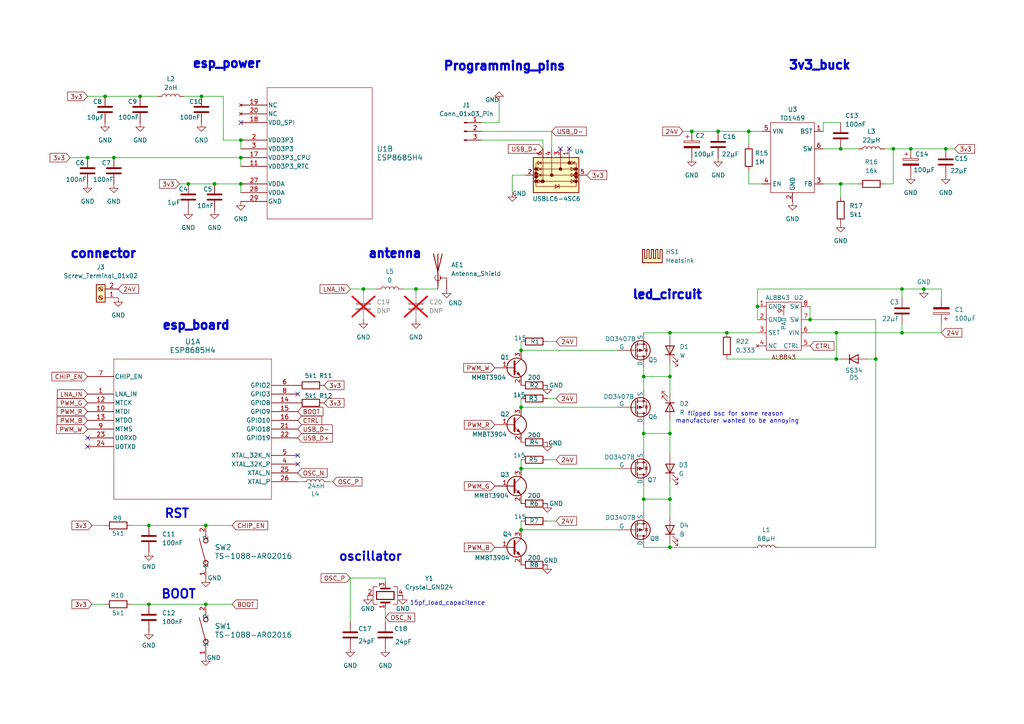
<source format=kicad_sch>
(kicad_sch (version 20231120) (generator "eeschema") (generator_version "8.0")
  (paper "A4")
  (title_block (title "Neopixel project") (date "2025-09-10") (rev "3.0"))
  (junction (at 194.31 144.78))
  (junction (at 69.85 40.64))
  (junction (at 274.32 43.18))
  (junction (at 243.84 53.34))
  (junction (at 194.31 96.52))
  (junction (at 243.84 43.18))
  (junction (at 30.48 27.94))
  (junction (at 54.61 53.34))
  (junction (at 186.69 125.73))
  (junction (at 25.4 45.72))
  (junction (at 58.42 27.94))
  (junction (at 261.62 96.52))
  (junction (at 151.13 135.89))
  (junction (at 210.82 96.52))
  (junction (at 59.69 175.26))
  (junction (at 186.69 109.22))
  (junction (at 59.69 152.4))
  (junction (at 261.62 83.82))
  (junction (at 105.41 83.82))
  (junction (at 200.66 38.1))
  (junction (at 194.31 158.75))
  (junction (at 194.31 109.22))
  (junction (at 33.02 45.72))
  (junction (at 186.69 144.78))
  (junction (at 43.18 175.26))
  (junction (at 194.31 125.73))
  (junction (at 259.08 43.18))
  (junction (at 40.64 27.94))
  (junction (at 217.17 38.1))
  (junction (at 242.57 104.14))
  (junction (at 151.13 153.67))
  (junction (at 69.85 53.34))
  (junction (at 120.65 83.82))
  (junction (at 151.13 101.6))
  (junction (at 151.13 118.11))
  (junction (at 219.71 88.9))
  (junction (at 234.95 92.71))
  (junction (at 43.18 152.4))
  (junction (at 254 104.14))
  (junction (at 264.16 43.18))
  (junction (at 69.85 45.72))
  (junction (at 267.97 83.82))
  (junction (at 242.57 96.52))
  (junction (at 62.23 53.34))
  (junction (at 208.28 38.1))
  (no_connect (at 25.4 127))
  (no_connect (at 86.36 114.3))
  (no_connect (at 86.36 134.62))
  (no_connect (at 162.56 43.18))
  (no_connect (at 86.36 132.08))
  (no_connect (at 165.1 43.18))
  (no_connect (at 25.4 129.54))
  (no_connect (at 69.85 35.56))
  (wire (pts (xy 54.61 53.34) (xy 62.23 53.34)))
  (wire (pts (xy 151.13 99.06) (xy 151.13 101.6)))
  (wire (pts (xy 151.13 115.57) (xy 151.13 118.11)))
  (wire (pts (xy 186.69 125.73) (xy 186.69 130.81)))
  (wire (pts (xy 43.18 152.4) (xy 59.69 152.4)))
  (wire (pts (xy 261.62 83.82) (xy 267.97 83.82)))
  (wire (pts (xy 151.13 101.6) (xy 179.07 101.6)))
  (wire (pts (xy 254 104.14) (xy 254 158.75)))
  (wire (pts (xy 234.95 88.9) (xy 234.95 92.71)))
  (wire (pts (xy 217.17 38.1) (xy 220.98 38.1)))
  (wire (pts (xy 243.84 53.34) (xy 248.92 53.34)))
  (wire (pts (xy 139.7 40.64) (xy 157.48 40.64)))
  (wire (pts (xy 64.77 27.94) (xy 64.77 40.64)))
  (wire (pts (xy 120.65 85.09) (xy 120.65 83.82)))
  (wire (pts (xy 151.13 153.67) (xy 179.07 153.67)))
  (wire (pts (xy 238.76 43.18) (xy 243.84 43.18)))
  (wire (pts (xy 111.76 176.53) (xy 111.76 180.34)))
  (wire (pts (xy 261.62 83.82) (xy 261.62 86.36)))
  (wire (pts (xy 243.84 53.34) (xy 243.84 57.15)))
  (wire (pts (xy 148.59 50.8) (xy 152.4 50.8)))
  (wire (pts (xy 194.31 158.75) (xy 218.44 158.75)))
  (wire (pts (xy 194.31 144.78) (xy 194.31 149.86)))
  (wire (pts (xy 273.05 86.36) (xy 273.05 83.82)))
  (wire (pts (xy 25.4 45.72) (xy 33.02 45.72)))
  (wire (pts (xy 96.52 139.7) (xy 95.25 139.7)))
  (wire (pts (xy 234.95 96.52) (xy 242.57 96.52)))
  (wire (pts (xy 20.32 45.72) (xy 25.4 45.72)))
  (wire (pts (xy 234.95 92.71) (xy 254 92.71)))
  (wire (pts (xy 219.71 88.9) (xy 219.71 92.71)))
  (wire (pts (xy 210.82 104.14) (xy 242.57 104.14)))
  (wire (pts (xy 200.66 38.1) (xy 208.28 38.1)))
  (wire (pts (xy 217.17 38.1) (xy 217.17 41.91)))
  (wire (pts (xy 151.13 133.35) (xy 151.13 135.89)))
  (wire (pts (xy 186.69 106.68) (xy 186.69 109.22)))
  (wire (pts (xy 242.57 96.52) (xy 242.57 104.14)))
  (wire (pts (xy 30.48 27.94) (xy 40.64 27.94)))
  (wire (pts (xy 111.76 167.64) (xy 111.76 168.91)))
  (wire (pts (xy 194.31 139.7) (xy 194.31 144.78)))
  (wire (pts (xy 194.31 125.73) (xy 194.31 132.08)))
  (wire (pts (xy 158.75 151.13) (xy 161.29 151.13)))
  (wire (pts (xy 26.67 175.26) (xy 30.48 175.26)))
  (wire (pts (xy 139.7 38.1) (xy 160.02 38.1)))
  (wire (pts (xy 105.41 85.09) (xy 105.41 83.82)))
  (wire (pts (xy 69.85 53.34) (xy 69.85 55.88)))
  (wire (pts (xy 217.17 53.34) (xy 220.98 53.34)))
  (wire (pts (xy 69.85 45.72) (xy 69.85 48.26)))
  (wire (pts (xy 53.34 27.94) (xy 58.42 27.94)))
  (wire (pts (xy 242.57 96.52) (xy 261.62 96.52)))
  (wire (pts (xy 194.31 157.48) (xy 194.31 158.75)))
  (wire (pts (xy 194.31 109.22) (xy 194.31 114.3)))
  (wire (pts (xy 158.75 133.35) (xy 161.29 133.35)))
  (wire (pts (xy 254 92.71) (xy 254 104.14)))
  (wire (pts (xy 186.69 123.19) (xy 186.69 125.73)))
  (wire (pts (xy 219.71 88.9) (xy 219.71 83.82)))
  (wire (pts (xy 186.69 96.52) (xy 194.31 96.52)))
  (wire (pts (xy 194.31 105.41) (xy 194.31 109.22)))
  (wire (pts (xy 158.75 115.57) (xy 161.29 115.57)))
  (wire (pts (xy 38.1 175.26) (xy 43.18 175.26)))
  (wire (pts (xy 243.84 43.18) (xy 248.92 43.18)))
  (wire (pts (xy 264.16 43.18) (xy 274.32 43.18)))
  (wire (pts (xy 151.13 151.13) (xy 151.13 153.67)))
  (wire (pts (xy 33.02 45.72) (xy 69.85 45.72)))
  (wire (pts (xy 208.28 38.1) (xy 217.17 38.1)))
  (wire (pts (xy 186.69 144.78) (xy 194.31 144.78)))
  (wire (pts (xy 254 158.75) (xy 226.06 158.75)))
  (wire (pts (xy 101.6 83.82) (xy 105.41 83.82)))
  (wire (pts (xy 151.13 118.11) (xy 179.07 118.11)))
  (wire (pts (xy 259.08 53.34) (xy 259.08 43.18)))
  (wire (pts (xy 59.69 152.4) (xy 67.31 152.4)))
  (wire (pts (xy 144.78 35.56) (xy 144.78 29.21)))
  (wire (pts (xy 64.77 40.64) (xy 69.85 40.64)))
  (wire (pts (xy 116.84 83.82) (xy 120.65 83.82)))
  (wire (pts (xy 194.31 96.52) (xy 194.31 97.79)))
  (wire (pts (xy 105.41 83.82) (xy 109.22 83.82)))
  (wire (pts (xy 267.97 83.82) (xy 273.05 83.82)))
  (wire (pts (xy 219.71 83.82) (xy 261.62 83.82)))
  (wire (pts (xy 26.67 152.4) (xy 30.48 152.4)))
  (wire (pts (xy 238.76 53.34) (xy 243.84 53.34)))
  (wire (pts (xy 158.75 99.06) (xy 161.29 99.06)))
  (wire (pts (xy 238.76 35.56) (xy 238.76 38.1)))
  (wire (pts (xy 120.65 83.82) (xy 127 83.82)))
  (wire (pts (xy 259.08 43.18) (xy 264.16 43.18)))
  (wire (pts (xy 273.05 93.98) (xy 273.05 96.52)))
  (wire (pts (xy 186.69 158.75) (xy 194.31 158.75)))
  (wire (pts (xy 52.07 53.34) (xy 54.61 53.34)))
  (wire (pts (xy 40.64 27.94) (xy 45.72 27.94)))
  (wire (pts (xy 151.13 135.89) (xy 179.07 135.89)))
  (wire (pts (xy 210.82 96.52) (xy 219.71 96.52)))
  (wire (pts (xy 186.69 125.73) (xy 194.31 125.73)))
  (wire (pts (xy 59.69 175.26) (xy 67.31 175.26)))
  (wire (pts (xy 186.69 109.22) (xy 194.31 109.22)))
  (wire (pts (xy 251.46 104.14) (xy 254 104.14)))
  (wire (pts (xy 157.48 40.64) (xy 157.48 43.18)))
  (wire (pts (xy 25.4 27.94) (xy 30.48 27.94)))
  (wire (pts (xy 261.62 96.52) (xy 273.05 96.52)))
  (wire (pts (xy 243.84 35.56) (xy 238.76 35.56)))
  (wire (pts (xy 62.23 53.34) (xy 69.85 53.34)))
  (wire (pts (xy 186.69 140.97) (xy 186.69 144.78)))
  (wire (pts (xy 148.59 55.88) (xy 148.59 50.8)))
  (wire (pts (xy 217.17 49.53) (xy 217.17 53.34)))
  (wire (pts (xy 256.54 53.34) (xy 259.08 53.34)))
  (wire (pts (xy 261.62 96.52) (xy 261.62 93.98)))
  (wire (pts (xy 242.57 104.14) (xy 243.84 104.14)))
  (wire (pts (xy 101.6 167.64) (xy 101.6 180.34)))
  (wire (pts (xy 43.18 175.26) (xy 59.69 175.26)))
  (wire (pts (xy 198.12 38.1) (xy 200.66 38.1)))
  (wire (pts (xy 186.69 144.78) (xy 186.69 148.59)))
  (wire (pts (xy 194.31 96.52) (xy 210.82 96.52)))
  (wire (pts (xy 160.02 38.1) (xy 160.02 43.18)))
  (wire (pts (xy 274.32 43.18) (xy 276.86 43.18)))
  (wire (pts (xy 58.42 27.94) (xy 64.77 27.94)))
  (wire (pts (xy 256.54 43.18) (xy 259.08 43.18)))
  (wire (pts (xy 139.7 35.56) (xy 144.78 35.56)))
  (wire (pts (xy 194.31 121.92) (xy 194.31 125.73)))
  (wire (pts (xy 186.69 109.22) (xy 186.69 113.03)))
  (wire (pts (xy 111.76 167.64) (xy 101.6 167.64)))
  (wire (pts (xy 38.1 152.4) (xy 43.18 152.4)))
  (wire (pts (xy 87.63 139.7) (xy 86.36 139.7)))
  (wire (pts (xy 69.85 40.64) (xy 69.85 43.18)))
  (text "RST" (at 51.308 149.098 0) (effects (font (size 2.54 2.54) (bold yes))))
  (text "esp_power" (at 65.786 18.542 0) (effects (font (size 2.54 2.54) (thickness 1.016) (bold yes))))
  (text "led_circuit" (at 193.548 85.598 0) (effects (font (size 2.54 2.54) (thickness 1.016) (bold yes))))
  (text "flipped bsc for some reason\n manufacturer wanted to be annoying" (at 213.36 121.158 0) (effects (font (size 1.27 1.27))))
  (text "connector" (at 29.972 73.66 0) (effects (font (size 2.54 2.54) (thickness 1.016) (bold yes))))
  (text "3v3_buck" (at 237.744 19.05 0) (effects (font (size 2.54 2.54) (thickness 1.016) (bold yes))))
  (text "antenna" (at 114.554 73.66 0) (effects (font (size 2.54 2.54) (thickness 1.016) (bold yes))))
  (text "Programming_pins" (at 146.304 19.304 0) (effects (font (size 2.54 2.54) (thickness 1.016) (bold yes))))
  (text "15pf_load_capacitence\n" (at 129.794 175.006 0) (effects (font (size 1.27 1.27))))
  (text "oscillator" (at 107.442 161.544 0) (effects (font (size 2.54 2.54) (bold yes))))
  (text "BOOT\n" (at 51.816 172.466 0) (effects (font (size 2.54 2.54) (bold yes))))
  (text "esp_board" (at 56.896 94.488 0) (effects (font (size 2.54 2.54) (thickness 1.016) (bold yes))))
  (global_label "CTRL" (shape input) (at 234.95 100.33 0) (property "Intersheetrefs" "${INTERSHEET_REFS}" (effects (hide yes))))
  (global_label "PWM_B" (shape input) (at 25.4 121.92 180) (property "Intersheetrefs" "${INTERSHEET_REFS}" (effects (hide yes))))
  (global_label "USB_D-" (shape input) (at 86.36 124.46 0) (property "Intersheetrefs" "${INTERSHEET_REFS}" (effects (hide yes))))
  (global_label "BOOT" (shape input) (at 67.31 175.26 0) (property "Intersheetrefs" "${INTERSHEET_REFS}" (effects (hide yes))))
  (global_label "PWM_B" (shape input) (at 143.51 158.75 180) (property "Intersheetrefs" "${INTERSHEET_REFS}" (effects (hide yes))))
  (global_label "PWM_R" (shape input) (at 25.4 119.38 180) (property "Intersheetrefs" "${INTERSHEET_REFS}" (effects (hide yes))))
  (global_label "LNA_IN" (shape input) (at 101.6 83.82 180) (property "Intersheetrefs" "${INTERSHEET_REFS}" (effects (hide yes))))
  (global_label "3v3" (shape input) (at 20.32 45.72 180) (property "Intersheetrefs" "${INTERSHEET_REFS}" (effects (hide yes))))
  (global_label "3v3" (shape input) (at 93.98 111.76 0) (property "Intersheetrefs" "${INTERSHEET_REFS}" (effects (hide yes))))
  (global_label "USB_D+" (shape input) (at 157.48 43.18 180) (property "Intersheetrefs" "${INTERSHEET_REFS}" (effects (hide yes))))
  (global_label "OSC_N" (shape input) (at 86.36 137.16 0) (property "Intersheetrefs" "${INTERSHEET_REFS}" (effects (hide yes))))
  (global_label "3v3" (shape input) (at 52.07 53.34 180) (property "Intersheetrefs" "${INTERSHEET_REFS}" (effects (hide yes))))
  (global_label "3v3" (shape input) (at 170.18 50.8 0) (property "Intersheetrefs" "${INTERSHEET_REFS}" (effects (hide yes))))
  (global_label "OSC_P" (shape input) (at 101.6 167.64 180) (property "Intersheetrefs" "${INTERSHEET_REFS}" (effects (hide yes))))
  (global_label "24V" (shape input) (at 161.29 133.35 0) (property "Intersheetrefs" "${INTERSHEET_REFS}" (effects (hide yes))))
  (global_label "3v3" (shape input) (at 276.86 43.18 0) (property "Intersheetrefs" "${INTERSHEET_REFS}" (effects (hide yes))))
  (global_label "PWM_G" (shape input) (at 25.4 116.84 180) (property "Intersheetrefs" "${INTERSHEET_REFS}" (effects (hide yes))))
  (global_label "PWM_W" (shape input) (at 143.51 106.68 180) (property "Intersheetrefs" "${INTERSHEET_REFS}" (effects (hide yes))))
  (global_label "LNA_IN" (shape input) (at 25.4 114.3 180) (property "Intersheetrefs" "${INTERSHEET_REFS}" (effects (hide yes))))
  (global_label "24V" (shape input) (at 161.29 99.06 0) (property "Intersheetrefs" "${INTERSHEET_REFS}" (effects (hide yes))))
  (global_label "PWM_R" (shape input) (at 143.51 123.19 180) (property "Intersheetrefs" "${INTERSHEET_REFS}" (effects (hide yes))))
  (global_label "24V" (shape input) (at 34.29 83.82 0) (property "Intersheetrefs" "${INTERSHEET_REFS}" (effects (hide yes))))
  (global_label "BOOT" (shape input) (at 86.36 119.38 0) (property "Intersheetrefs" "${INTERSHEET_REFS}" (effects (hide yes))))
  (global_label "PWM_G" (shape input) (at 143.51 140.97 180) (property "Intersheetrefs" "${INTERSHEET_REFS}" (effects (hide yes))))
  (global_label "CTRL" (shape input) (at 86.36 121.92 0) (property "Intersheetrefs" "${INTERSHEET_REFS}" (effects (hide yes))))
  (global_label "USB_D-" (shape input) (at 160.02 38.1 0) (property "Intersheetrefs" "${INTERSHEET_REFS}" (effects (hide yes))))
  (global_label "24V" (shape input) (at 161.29 151.13 0) (property "Intersheetrefs" "${INTERSHEET_REFS}" (effects (hide yes))))
  (global_label "3v3" (shape input) (at 93.98 116.84 0) (property "Intersheetrefs" "${INTERSHEET_REFS}" (effects (hide yes))))
  (global_label "PWM_W" (shape input) (at 25.4 124.46 180) (property "Intersheetrefs" "${INTERSHEET_REFS}" (effects (hide yes))))
  (global_label "24V" (shape input) (at 273.05 96.52 0) (property "Intersheetrefs" "${INTERSHEET_REFS}" (effects (hide yes))))
  (global_label "OSC_P" (shape input) (at 96.52 139.7 0) (property "Intersheetrefs" "${INTERSHEET_REFS}" (effects (hide yes))))
  (global_label "OSC_N" (shape input) (at 111.76 179.07 0) (property "Intersheetrefs" "${INTERSHEET_REFS}" (effects (hide yes))))
  (global_label "USB_D+" (shape input) (at 86.36 127 0) (property "Intersheetrefs" "${INTERSHEET_REFS}" (effects (hide yes))))
  (global_label "CHIP_EN" (shape input) (at 25.4 109.22 180) (property "Intersheetrefs" "${INTERSHEET_REFS}" (effects (hide yes))))
  (global_label "3v3" (shape input) (at 26.67 175.26 180) (property "Intersheetrefs" "${INTERSHEET_REFS}" (effects (hide yes))))
  (global_label "3v3" (shape input) (at 25.4 27.94 180) (property "Intersheetrefs" "${INTERSHEET_REFS}" (effects (hide yes))))
  (global_label "CHIP_EN" (shape input) (at 67.31 152.4 0) (property "Intersheetrefs" "${INTERSHEET_REFS}" (effects (hide yes))))
  (global_label "24V" (shape input) (at 198.12 38.1 180) (property "Intersheetrefs" "${INTERSHEET_REFS}" (effects (hide yes))))
  (global_label "24V" (shape input) (at 161.29 115.57 0) (property "Intersheetrefs" "${INTERSHEET_REFS}" (effects (hide yes))))
  (global_label "3v3" (shape input) (at 26.67 152.4 180) (property "Intersheetrefs" "${INTERSHEET_REFS}" (effects (hide yes))))
  (symbol (lib_id "Device:C") (at 40.64 31.75 0) (unit 1)
    (property "Reference" "C9" (at 37.084 29.464 0) (effects (justify left)))
    (property "Value" "100nF" (at 34.29 34.036 0) (effects (justify left)))
    (property "Footprint" "Capacitor_SMD:C_0603_1608Metric" (effects (hide yes)))
    (property "Datasheet" "https://www.lcsc.com/datasheet/C14663.pdf" (effects (hide yes)))
    (property "Description" "Unpolarized capacitor" (effects (hide yes)))
    (property "PPU" "0.0021" (effects (hide yes)))
  )
  (symbol (lib_id "Connector:Conn_01x03_Pin") (at 134.62 38.1 0) (unit 1)
    (property "Reference" "J1" (at 135.255 30.48 0))
    (property "Value" "Conn_01x03_Pin" (at 135.255 33.02 0))
    (property "Footprint" "Connector_PinHeader_2.54mm:PinHeader_1x03_P2.54mm_Vertical" (effects (hide yes)))
    (property "Datasheet" "https://www.lcsc.com/datasheet/C5383112.pdf" (effects (hide yes)))
    (property "Description" "Generic connector, single row, 01x03, script generated" (effects (hide yes)))
    (property "PPU" "0.0105" (effects (hide yes)))
  )
  (symbol (lib_id "Device:Antenna_Shield") (at 127 78.74 0) (unit 1) (in_bom no)
    (property "Reference" "AE1" (at 130.81 76.8349 0) (effects (justify left)))
    (property "Value" "Antenna_Shield" (at 130.81 79.3749 0) (effects (justify left)))
    (property "Footprint" "RF_Antenna:Texas_SWRA117D_2.4GHz_Left" (effects (hide yes)))
    (property "Description" "Antenna with extra pin for shielding" (effects (hide yes)))
  )
  (symbol (lib_id "Device:C") (at 54.61 57.15 0) (unit 1)
    (property "Reference" "C4" (at 51.816 54.864 0) (effects (justify left)))
    (property "Value" "1µF" (at 48.514 58.674 0) (effects (justify left)))
    (property "Footprint" "Capacitor_SMD:C_0603_1608Metric" (effects (hide yes)))
    (property "Datasheet" "https://www.lcsc.com/datasheet/C15849.pdf" (effects (hide yes)))
    (property "Description" "Unpolarized capacitor" (effects (hide yes)))
    (property "PPU" "0.0038" (effects (hide yes)))
  )
  (symbol (lib_id "power:GND") (at 158.75 146.05 0) (unit 1)
    (property "Reference" "#PWR05" (effects (hide yes)))
    (property "Value" "GND" (at 161.29 146.05 0))
    (property "Description" "Power symbol creates a global label with name \"GND\" , ground" (effects (hide yes)))
  )
  (symbol (lib_id "ESP8685H4:ESP8685H4") (at 25.4 109.22 0) (unit 1)
    (property "Reference" "U1" (at 55.88 99.06 0) (effects (font (size 1.524 1.524))))
    (property "Value" "ESP8685H4" (at 55.88 101.6 0) (effects (font (size 1.524 1.524))))
    (property "Footprint" "ESP8685:QFN284X4_EXP" (effects (hide yes)))
    (property "Datasheet" "https://www.lcsc.com/datasheet/C4944062.pdf" (effects (hide yes)))
    (property "PPU" "1.3435" (effects (hide yes)))
  )
  (symbol (lib_id "power:GND") (at 59.69 190.5 0) (unit 1)
    (property "Reference" "#PWR019" (effects (hide yes)))
    (property "Value" "GND" (at 61.976 190.754 0))
    (property "Description" "Power symbol creates a global label with name \"GND\" , ground" (effects (hide yes)))
  )
  (symbol (lib_id "power:GND") (at 120.65 92.71 0) (unit 1)
    (property "Reference" "#PWR034" (effects (hide yes)))
    (property "Value" "GND" (at 120.65 97.79 0))
    (property "Description" "Power symbol creates a global label with name \"GND\" , ground" (effects (hide yes)))
  )
  (symbol (lib_id "Device:C") (at 120.65 88.9 0) (unit 1) (dnp yes)
    (property "Reference" "C20" (at 124.46 87.6299 0) (effects (justify left)))
    (property "Value" "DNP" (at 124.46 90.1699 0) (effects (justify left)))
    (property "Footprint" "Capacitor_SMD:C_0402_1005Metric" (effects (hide yes)))
    (property "Description" "Unpolarized capacitor" (effects (hide yes)))
    (property "PPU" "0" (effects (hide yes)))
  )
  (symbol (lib_id "power:GND") (at 25.4 53.34 0) (unit 1)
    (property "Reference" "#PWR011" (effects (hide yes)))
    (property "Value" "GND" (at 25.4 58.42 0))
    (property "Description" "Power symbol creates a global label with name \"GND\" , ground" (effects (hide yes)))
  )
  (symbol (lib_id "power:GND") (at 158.75 128.27 0) (unit 1)
    (property "Reference" "#PWR03" (effects (hide yes)))
    (property "Value" "GND" (at 161.036 128.524 0))
    (property "Description" "Power symbol creates a global label with name \"GND\" , ground" (effects (hide yes)))
  )
  (symbol (lib_id "Device:LED") (at 194.31 118.11 270) (unit 1)
    (property "Reference" "D2" (at 197.104 117.094 90) (effects (justify left)))
    (property "Value" "R" (at 197.104 119.634 90) (effects (justify left)))
    (property "Footprint" "LED_SMD:LED_Luminus_MP-3030-1100_3.0x3.0mm" (effects (hide yes)))
    (property "Datasheet" "https://www.lcsc.com/datasheet/C1322327.pdf" (effects (hide yes)))
    (property "Description" "Light emitting diode" (effects (hide yes)))
    (property "PPU" "0.1638" (effects (hide yes)))
  )
  (symbol (lib_id "Device:R") (at 252.73 53.34 90) (unit 1)
    (property "Reference" "R16" (at 252.73 46.99 90))
    (property "Value" "16k" (at 252.73 49.53 90))
    (property "Footprint" "Resistor_SMD:R_0603_1608Metric" (effects (hide yes)))
    (property "Datasheet" "https://www.lcsc.com/datasheet/C137788.pdf" (effects (hide yes)))
    (property "Description" "Resistor" (effects (hide yes)))
    (property "PPU" "0.0012" (effects (hide yes)))
  )
  (symbol (lib_id "Device:C") (at 208.28 41.91 0) (unit 1)
    (property "Reference" "C16" (at 209.55 39.624 0) (effects (justify left)))
    (property "Value" "22µF" (at 209.296 44.704 0) (effects (justify left)))
    (property "Footprint" "Capacitor_SMD:C_0805_2012Metric" (effects (hide yes)))
    (property "Datasheet" "https://www.lcsc.com/datasheet/C22367832.pdf" (effects (hide yes)))
    (property "Description" "Unpolarized capacitor" (effects (hide yes)))
    (property "PPU" "0.1158" (effects (hide yes)))
  )
  (symbol (lib_id "Device:R") (at 90.17 116.84 90) (unit 1)
    (property "Reference" "R12" (at 94.488 114.808 90))
    (property "Value" "5k1" (at 90.17 114.808 90))
    (property "Footprint" "Resistor_SMD:R_0603_1608Metric" (effects (hide yes)))
    (property "Datasheet" "https://www.lcsc.com/datasheet/C103696.pdf" (effects (hide yes)))
    (property "Description" "Resistor" (effects (hide yes)))
    (property "PPU" "0.0009" (effects (hide yes)))
  )
  (symbol (lib_id "power:GND") (at 62.23 60.96 0) (unit 1)
    (property "Reference" "#PWR010" (effects (hide yes)))
    (property "Value" "GND" (at 62.23 66.04 0))
    (property "Description" "Power symbol creates a global label with name \"GND\" , ground" (effects (hide yes)))
  )
  (symbol (lib_id "power:GND") (at 34.29 86.36 0) (unit 1)
    (property "Reference" "#PWR036" (effects (hide yes)))
    (property "Value" "GND" (at 34.29 91.44 0))
    (property "Description" "Power symbol creates a global label with name \"GND\" , ground" (effects (hide yes)))
  )
  (symbol (lib_id "Device:C") (at 261.62 90.17 0) (unit 1)
    (property "Reference" "C3" (at 258.064 87.63 0) (effects (justify left)))
    (property "Value" "22µF" (at 255.778 92.456 0) (effects (justify left)))
    (property "Footprint" "Capacitor_SMD:C_0805_2012Metric" (effects (hide yes)))
    (property "Datasheet" "https://www.lcsc.com/datasheet/C22367832.pdf" (effects (hide yes)))
    (property "Description" "Unpolarized capacitor" (effects (hide yes)))
    (property "PPU" "0.1158" (effects (hide yes)))
  )
  (symbol (lib_id "Simulation_SPICE:PMOS") (at 184.15 153.67 0) (mirror x) (unit 1)
    (property "Reference" "Q8" (at 188.468 156.21 0) (effects (justify left)))
    (property "Value" "DO3407B" (at 175.514 150.114 0) (effects (justify left)))
    (property "Footprint" "Package_TO_SOT_SMD:SOT-23-3" (effects (hide yes)))
    (property "Datasheet" "https://www.lcsc.com/datasheet/C41367402.pdf" (effects (hide yes)))
    (property "Description" "P-MOSFET transistor, drain/source/gate" (effects (hide yes)))
    (property "Sim.Device" "PMOS" (effects (hide yes)))
    (property "Sim.Type" "VDMOS" (effects (hide yes)))
    (property "Sim.Pins" "1=D 2=G 3=S" (effects (hide yes)))
    (property "PPU" "0.0271" (effects (hide yes)))
  )
  (symbol (lib_id "power:GND") (at 200.66 45.72 0) (unit 1)
    (property "Reference" "#PWR04" (effects (hide yes)))
    (property "Value" "GND" (at 200.66 50.8 0))
    (property "Description" "Power symbol creates a global label with name \"GND\" , ground" (effects (hide yes)))
  )
  (symbol (lib_id "power:GND") (at 54.61 60.96 0) (unit 1)
    (property "Reference" "#PWR09" (effects (hide yes)))
    (property "Value" "GND" (at 54.61 66.04 0))
    (property "Description" "Power symbol creates a global label with name \"GND\" , ground" (effects (hide yes)))
  )
  (symbol (lib_id "Device:R") (at 154.94 128.27 90) (unit 1)
    (property "Reference" "R4" (at 154.94 128.27 90))
    (property "Value" "200" (at 154.94 126.238 90))
    (property "Footprint" "Resistor_SMD:R_0805_2012Metric" (effects (hide yes)))
    (property "Datasheet" "https://www.lcsc.com/datasheet/C3014166.pdf" (effects (hide yes)))
    (property "Description" "Resistor" (effects (hide yes)))
    (property "PPU" "0.0156" (effects (hide yes)))
  )
  (symbol (lib_id "Device:R") (at 154.94 133.35 270) (unit 1)
    (property "Reference" "R5" (at 154.686 133.35 90))
    (property "Value" "1k5" (at 150.622 132.08 90))
    (property "Footprint" "Resistor_SMD:R_1206_3216Metric" (effects (hide yes)))
    (property "Datasheet" "https://www.lcsc.com/datasheet/C2980089.pdf" (effects (hide yes)))
    (property "Description" "Resistor" (effects (hide yes)))
    (property "PPU" "0.013" (effects (hide yes)))
  )
  (symbol (lib_id "Device:C") (at 274.32 46.99 0) (unit 1)
    (property "Reference" "C15" (at 276.86 45.974 0) (effects (justify left)))
    (property "Value" "22µF" (at 275.59 49.53 0) (effects (justify left)))
    (property "Footprint" "Capacitor_SMD:C_0805_2012Metric" (effects (hide yes)))
    (property "Datasheet" "https://www.lcsc.com/datasheet/C22367832.pdf" (effects (hide yes)))
    (property "Description" "Unpolarized capacitor" (effects (hide yes)))
    (property "PPU" "0.1158" (effects (hide yes)))
  )
  (symbol (lib_id "Device:C") (at 30.48 31.75 0) (unit 1)
    (property "Reference" "C8" (at 26.924 29.464 0) (effects (justify left)))
    (property "Value" "10µF" (at 25.146 34.036 0) (effects (justify left)))
    (property "Footprint" "Capacitor_SMD:C_0805_2012Metric" (effects (hide yes)))
    (property "Datasheet" "https://www.lcsc.com/datasheet/C33546007.pdf" (effects (hide yes)))
    (property "Description" "Unpolarized capacitor" (effects (hide yes)))
    (property "PPU" "0.0178" (effects (hide yes)))
  )
  (symbol (lib_id "Device:L") (at 113.03 83.82 90) (unit 1)
    (property "Reference" "L5" (at 113.03 78.74 90))
    (property "Value" "0" (at 113.03 81.28 90))
    (property "Footprint" "Inductor_SMD:L_0402_1005Metric" (effects (hide yes)))
    (property "Datasheet" "https://www.lcsc.com/datasheet/C106231.pdf" (effects (hide yes)))
    (property "Description" "Inductor" (effects (hide yes)))
    (property "PPU" "0.0006" (effects (hide yes)))
  )
  (symbol (lib_id "Device:C") (at 111.76 184.15 0) (unit 1)
    (property "Reference" "C18" (at 114.3 182.372 0) (effects (justify left)))
    (property "Value" "24pF" (at 114.554 186.182 0) (effects (justify left)))
    (property "Footprint" "Capacitor_SMD:C_0402_1005Metric" (effects (hide yes)))
    (property "Datasheet" "https://www.lcsc.com/datasheet/C541435.pdf" (effects (hide yes)))
    (property "Description" "Unpolarized capacitor" (effects (hide yes)))
    (property "PPU" "0.0033" (effects (hide yes)))
  )
  (symbol (lib_id "power:GND") (at 106.68 172.72 0) (unit 1)
    (property "Reference" "#PWR029" (effects (hide yes)))
    (property "Value" "GND" (at 106.68 176.53 0))
    (property "Description" "Power symbol creates a global label with name \"GND\" , ground" (effects (hide yes)))
  )
  (symbol (lib_id "Device:C") (at 62.23 57.15 0) (unit 1)
    (property "Reference" "C5" (at 58.928 54.864 0) (effects (justify left)))
    (property "Value" "10nF" (at 57.15 59.69 0) (effects (justify left)))
    (property "Footprint" "Capacitor_SMD:C_0402_1005Metric" (effects (hide yes)))
    (property "Datasheet" "https://www.lcsc.com/datasheet/C60133.pdf" (effects (hide yes)))
    (property "Description" "Unpolarized capacitor" (effects (hide yes)))
    (property "PPU" "0.0009" (effects (hide yes)))
  )
  (symbol (lib_id "Device:LED") (at 194.31 135.89 90) (unit 1)
    (property "Reference" "D3" (at 196.85 134.874 90) (effects (justify right)))
    (property "Value" "G" (at 196.85 137.414 90) (effects (justify right)))
    (property "Footprint" "LED_SMD:LED_Luminus_MP-3030-1100_3.0x3.0mm" (effects (hide yes)))
    (property "Datasheet" "https://www.lcsc.com/datasheet/C1322328.pdf" (effects (hide yes)))
    (property "Description" "Light emitting diode" (effects (hide yes)))
    (property "PPU" "0.1589" (effects (hide yes)))
  )
  (symbol (lib_id "power:GND") (at 129.54 83.82 0) (unit 1)
    (property "Reference" "#PWR035" (effects (hide yes)))
    (property "Value" "GND" (at 132.08 87.884 0))
    (property "Description" "Power symbol creates a global label with name \"GND\" , ground" (effects (hide yes)))
  )
  (symbol (lib_id "Device:L") (at 252.73 43.18 90) (unit 1)
    (property "Reference" "L3" (at 252.73 38.1 90))
    (property "Value" "22µH" (at 252.73 40.64 90))
    (property "Footprint" "Inductor_SMD:L_Ferrocore_DLG-0302" (effects (hide yes)))
    (property "Datasheet" "https://www.lcsc.com/datasheet/C41408473.pdf" (effects (hide yes)))
    (property "Description" "Inductor" (effects (hide yes)))
    (property "PPU" "0.0184" (effects (hide yes)))
  )
  (symbol (lib_id "power:GND") (at 111.76 187.96 0) (unit 1)
    (property "Reference" "#PWR032" (effects (hide yes)))
    (property "Value" "GND" (at 111.76 193.04 0))
    (property "Description" "Power symbol creates a global label with name \"GND\" , ground" (effects (hide yes)))
  )
  (symbol (lib_id "Device:R") (at 243.84 60.96 0) (unit 1)
    (property "Reference" "R17" (at 246.38 59.6899 0) (effects (justify left)))
    (property "Value" "5k1" (at 246.38 62.2299 0) (effects (justify left)))
    (property "Footprint" "Resistor_SMD:R_0603_1608Metric" (effects (hide yes)))
    (property "Datasheet" "https://www.lcsc.com/datasheet/C103696.pdf" (effects (hide yes)))
    (property "Description" "Resistor" (effects (hide yes)))
    (property "PPU" "0.0009" (effects (hide yes)))
  )
  (symbol (lib_id "power:GND") (at 30.48 35.56 0) (unit 1)
    (property "Reference" "#PWR013" (effects (hide yes)))
    (property "Value" "GND" (at 30.48 40.64 0))
    (property "Description" "Power symbol creates a global label with name \"GND\" , ground" (effects (hide yes)))
  )
  (symbol (lib_id "Connector:Screw_Terminal_01x02") (at 29.21 86.36 180) (unit 1)
    (property "Reference" "J3" (at 29.21 77.47 0))
    (property "Value" "Screw_Terminal_01x02" (at 29.21 80.01 0))
    (property "Footprint" "TerminalBlock_Phoenix:TerminalBlock_Phoenix_MPT-0,5-2-2.54_1x02_P2.54mm_Horizontal" (effects (hide yes)))
    (property "Datasheet" "https://www.lcsc.com/datasheet/C5188442.pdf" (effects (hide yes)))
    (property "Description" "Generic screw terminal, single row, 01x02, script generated (kicad-library-utils/schlib/autogen/connector/)" (effects (hide yes)))
    (property "PPU" "0.1513" (effects (hide yes)))
  )
  (symbol (lib_id "Transistor_BJT:MMBT3904") (at 148.59 106.68 0) (unit 1)
    (property "Reference" "Q1" (at 145.034 103.632 0) (effects (justify left)))
    (property "Value" "MMBT3904" (at 136.652 109.474 0) (effects (justify left)))
    (property "Footprint" "Package_TO_SOT_SMD:SOT-23" (effects (hide yes)))
    (property "Datasheet" "https://www.lcsc.com/datasheet/C2762221.pdf" (effects (hide yes)))
    (property "Description" "0.2A Ic, 40V Vce, Small Signal NPN Transistor, SOT-23" (effects (hide yes)))
    (property "PPU" "0.0095" (effects (hide yes)))
  )
  (symbol (lib_id "power:GND") (at 264.16 50.8 0) (unit 1)
    (property "Reference" "#PWR024" (effects (hide yes)))
    (property "Value" "GND" (at 264.16 55.88 0))
    (property "Description" "Power symbol creates a global label with name \"GND\" , ground" (effects (hide yes)))
  )
  (symbol (lib_id "power:GND") (at 43.18 160.02 0) (unit 1)
    (property "Reference" "#PWR016" (effects (hide yes)))
    (property "Value" "GND" (at 43.18 164.338 0))
    (property "Description" "Power symbol creates a global label with name \"GND\" , ground" (effects (hide yes)))
  )
  (symbol (lib_id "Device:C") (at 105.41 88.9 0) (unit 1) (dnp yes)
    (property "Reference" "C19" (at 109.22 87.6299 0) (effects (justify left)))
    (property "Value" "DNP" (at 109.22 90.1699 0) (effects (justify left)))
    (property "Footprint" "Capacitor_SMD:C_0402_1005Metric" (effects (hide yes)))
    (property "Description" "Unpolarized capacitor" (effects (hide yes)))
    (property "PPU" "0" (effects (hide yes)))
  )
  (symbol (lib_id "power:GND") (at 267.97 83.82 0) (unit 1)
    (property "Reference" "#PWR01" (effects (hide yes)))
    (property "Value" "GND" (at 267.97 81.788 0))
    (property "Description" "Power symbol creates a global label with name \"GND\" , ground" (effects (hide yes)))
  )
  (symbol (lib_id "power:GND") (at 148.59 55.88 0) (unit 1)
    (property "Reference" "#PWR026" (effects (hide yes)))
    (property "Value" "GND" (at 150.622 56.134 0))
    (property "Description" "Power symbol creates a global label with name \"GND\" , ground" (effects (hide yes)))
  )
  (symbol (lib_id "Device:C_Polarized") (at 273.05 90.17 180) (unit 1)
    (property "Reference" "C1" (at 276.86 89.7889 0) (effects (justify right)))
    (property "Value" "100µF" (at 276.86 92.3289 0) (effects (justify right)))
    (property "Footprint" "Capacitor_SMD:CP_Elec_6.3x7.7" (effects (hide yes)))
    (property "Datasheet" "https://www.lcsc.com/datasheet/C22383783.pdf" (effects (hide yes)))
    (property "Description" "Polarized capacitor" (effects (hide yes)))
    (property "PPU" "0.0193" (effects (hide yes)))
  )
  (symbol (lib_id "Device:Crystal_GND24") (at 111.76 172.72 90) (unit 1)
    (property "Reference" "Y1" (at 124.46 167.7668 90))
    (property "Value" "Crystal_GND24" (at 124.46 170.3068 90))
    (property "Footprint" "Crystal:Crystal_SMD_Abracon_ABM8AIG-4Pin_3.2x2.5mm" (effects (hide yes)))
    (property "Datasheet" "https://www.lcsc.com/datasheet/C501793.pdf" (effects (hide yes)))
    (property "Description" "Four pin crystal, GND on pins 2 and 4" (effects (hide yes)))
    (property "PPU" "0.0922" (effects (hide yes)))
  )
  (symbol (lib_id "Device:R") (at 210.82 100.33 0) (unit 1)
    (property "Reference" "R22" (at 213.36 99.0599 0) (effects (justify left)))
    (property "Value" "0.333" (at 213.36 101.5999 0) (effects (justify left)))
    (property "Footprint" "Resistor_SMD:R_2512_6332Metric" (effects (hide yes)))
    (property "Datasheet" "https://www.lcsc.com/datasheet/C160932.pdf" (effects (hide yes)))
    (property "Description" "Resistor" (effects (hide yes)))
    (property "PPU" "0.0488" (effects (hide yes)))
  )
  (symbol (lib_id "Device:C") (at 101.6 184.15 0) (unit 1)
    (property "Reference" "C17" (at 103.886 182.372 0) (effects (justify left)))
    (property "Value" "24pF" (at 103.886 185.928 0) (effects (justify left)))
    (property "Footprint" "Capacitor_SMD:C_0402_1005Metric" (effects (hide yes)))
    (property "Datasheet" "https://www.lcsc.com/datasheet/C541435.pdf" (effects (hide yes)))
    (property "Description" "Unpolarized capacitor" (effects (hide yes)))
    (property "PPU" "0.0033" (effects (hide yes)))
  )
  (symbol (lib_id "Device:LED") (at 194.31 101.6 90) (unit 1)
    (property "Reference" "D1" (at 197.104 100.584 90) (effects (justify right)))
    (property "Value" "W" (at 197.104 103.124 90) (effects (justify right)))
    (property "Footprint" "LED_SMD:LED_PLCC_2835" (effects (hide yes)))
    (property "Datasheet" "https://www.lcsc.com/datasheet/C7500126.pdf" (effects (hide yes)))
    (property "Description" "Light emitting diode" (effects (hide yes)))
    (property "PPU" "0.069" (effects (hide yes)))
  )
  (symbol (lib_id "power:GND") (at 58.42 35.56 0) (unit 1)
    (property "Reference" "#PWR015" (effects (hide yes)))
    (property "Value" "GND" (at 58.42 40.64 0))
    (property "Description" "Power symbol creates a global label with name \"GND\" , ground" (effects (hide yes)))
  )
  (symbol (lib_id "Device:R") (at 154.94 146.05 90) (unit 1)
    (property "Reference" "R6" (at 154.94 146.05 90))
    (property "Value" "200" (at 154.94 143.764 90))
    (property "Footprint" "Resistor_SMD:R_0805_2012Metric" (effects (hide yes)))
    (property "Datasheet" "https://www.lcsc.com/datasheet/C3014166.pdf" (effects (hide yes)))
    (property "Description" "Resistor" (effects (hide yes)))
    (property "PPU" "0.0156" (effects (hide yes)))
  )
  (symbol (lib_id "power:GND") (at 43.18 182.88 0) (unit 1)
    (property "Reference" "#PWR018" (effects (hide yes)))
    (property "Value" "GND" (at 43.18 187.198 0))
    (property "Description" "Power symbol creates a global label with name \"GND\" , ground" (effects (hide yes)))
  )
  (symbol (lib_id "power:GND") (at 274.32 50.8 0) (unit 1)
    (property "Reference" "#PWR027" (effects (hide yes)))
    (property "Value" "GND" (at 274.32 55.88 0))
    (property "Description" "Power symbol creates a global label with name \"GND\" , ground" (effects (hide yes)))
  )
  (symbol (lib_id "Device:C") (at 43.18 179.07 0) (unit 1)
    (property "Reference" "C12" (at 46.99 177.7999 0) (effects (justify left)))
    (property "Value" "100nF" (at 46.99 180.3399 0) (effects (justify left)))
    (property "Footprint" "Capacitor_SMD:C_0603_1608Metric" (effects (hide yes)))
    (property "Datasheet" "https://www.lcsc.com/datasheet/C14663.pdf" (effects (hide yes)))
    (property "Description" "Unpolarized capacitor" (effects (hide yes)))
    (property "PPU" "0.0021" (effects (hide yes)))
  )
  (symbol (lib_id "Transistor_BJT:MMBT3904") (at 148.59 140.97 0) (unit 1)
    (property "Reference" "Q3" (at 145.034 137.668 0) (effects (justify left)))
    (property "Value" "MMBT3904" (at 137.414 143.764 0) (effects (justify left)))
    (property "Footprint" "Package_TO_SOT_SMD:SOT-23" (effects (hide yes)))
    (property "Datasheet" "https://www.lcsc.com/datasheet/C2762221.pdf" (effects (hide yes)))
    (property "Description" "0.2A Ic, 40V Vce, Small Signal NPN Transistor, SOT-23" (effects (hide yes)))
    (property "PPU" "0.0095" (effects (hide yes)))
  )
  (symbol (lib_id "power:GND") (at 229.87 58.42 0) (unit 1)
    (property "Reference" "#PWR06" (effects (hide yes)))
    (property "Value" "GND" (at 229.87 63.5 0))
    (property "Description" "Power symbol creates a global label with name \"GND\" , ground" (effects (hide yes)))
  )
  (symbol (lib_id "Transistor_BJT:MMBT3904") (at 148.59 123.19 0) (unit 1)
    (property "Reference" "Q2" (at 145.034 120.142 0) (effects (justify left)))
    (property "Value" "MMBT3904" (at 136.906 125.984 0) (effects (justify left)))
    (property "Footprint" "Package_TO_SOT_SMD:SOT-23" (effects (hide yes)))
    (property "Datasheet" "https://www.lcsc.com/datasheet/C2762221.pdf" (effects (hide yes)))
    (property "Description" "0.2A Ic, 40V Vce, Small Signal NPN Transistor, SOT-23" (effects (hide yes)))
    (property "PPU" "0.0095" (effects (hide yes)))
  )
  (symbol (lib_id "ESP8685H4:ESP8685H4") (at 69.85 30.48 0) (unit 2)
    (property "Reference" "U1" (at 109.22 43.1799 0) (effects (font (size 1.524 1.524)) (justify left)))
    (property "Value" "ESP8685H4" (at 109.22 45.7199 0) (effects (font (size 1.524 1.524)) (justify left)))
    (property "Footprint" "ESP8685:QFN284X4_EXP" (effects (hide yes)))
    (property "Datasheet" "https://www.lcsc.com/datasheet/C4944062.pdf" (effects (hide yes)))
    (property "PPU" "1.3435" (effects (hide yes)))
  )
  (symbol (lib_id "Device:C") (at 43.18 156.21 0) (unit 1)
    (property "Reference" "C11" (at 46.99 154.9399 0) (effects (justify left)))
    (property "Value" "100nF" (at 46.99 157.4799 0) (effects (justify left)))
    (property "Footprint" "Capacitor_SMD:C_0603_1608Metric" (effects (hide yes)))
    (property "Datasheet" "https://www.lcsc.com/datasheet/C14663.pdf" (effects (hide yes)))
    (property "Description" "Unpolarized capacitor" (effects (hide yes)))
    (property "PPU" "0.0021" (effects (hide yes)))
  )
  (symbol (lib_id "Device:C") (at 58.42 31.75 0) (unit 1)
    (property "Reference" "C10" (at 54.864 29.464 0) (effects (justify left)))
    (property "Value" "100nF" (at 52.07 34.036 0) (effects (justify left)))
    (property "Footprint" "Capacitor_SMD:C_0603_1608Metric" (effects (hide yes)))
    (property "Datasheet" "https://www.lcsc.com/datasheet/C14663.pdf" (effects (hide yes)))
    (property "Description" "Unpolarized capacitor" (effects (hide yes)))
    (property "PPU" "0.0021" (effects (hide yes)))
  )
  (symbol (lib_id "power:GND") (at 33.02 53.34 0) (unit 1)
    (property "Reference" "#PWR012" (effects (hide yes)))
    (property "Value" "GND" (at 33.02 58.42 0))
    (property "Description" "Power symbol creates a global label with name \"GND\" , ground" (effects (hide yes)))
  )
  (symbol (lib_id "Device:L") (at 91.44 139.7 90) (unit 1)
    (property "Reference" "L4" (at 91.44 143.256 90))
    (property "Value" "24nH" (at 91.694 140.97 90))
    (property "Footprint" "Inductor_SMD:L_0603_1608Metric" (effects (hide yes)))
    (property "Datasheet" "https://www.lcsc.com/datasheet/C139271.pdf" (effects (hide yes)))
    (property "Description" "Inductor" (effects (hide yes)))
    (property "PPU" "0.0064" (effects (hide yes)))
  )
  (symbol (lib_id "Device:LED") (at 194.31 153.67 90) (unit 1)
    (property "Reference" "D4" (at 197.104 152.4 90) (effects (justify right)))
    (property "Value" "B" (at 197.104 154.94 90) (effects (justify right)))
    (property "Footprint" "LED_SMD:LED_Luminus_MP-3030-1100_3.0x3.0mm" (effects (hide yes)))
    (property "Datasheet" "https://www.lcsc.com/datasheet/C1322329.pdf" (effects (hide yes)))
    (property "Description" "Light emitting diode" (effects (hide yes)))
    (property "PPU" "0.0962" (effects (hide yes)))
  )
  (symbol (lib_id "TS-1088-AR02016:TS-1088-AR02016") (at 59.69 167.64 90) (unit 1)
    (property "Reference" "SW2" (at 62.23 158.7499 90) (effects (font (size 1.524 1.524)) (justify right)))
    (property "Value" "TS-1088-AR02016" (at 62.23 161.2899 90) (effects (font (size 1.524 1.524)) (justify right)))
    (property "Footprint" "TS-1088-AR02016:SW_TS-1088_XNP" (effects (hide yes)))
    (property "Datasheet" "https://www.lcsc.com/datasheet/C720477.pdf" (effects (hide yes)))
    (property "PPU" "0.0415" (effects (hide yes)))
  )
  (symbol (lib_id "Device:C_Polarized") (at 264.16 46.99 0) (unit 1)
    (property "Reference" "C14" (at 265.43 44.704 0) (effects (justify left)))
    (property "Value" "100µF" (at 264.922 49.276 0) (effects (justify left)))
    (property "Footprint" "Capacitor_SMD:CP_Elec_6.3x7.7" (effects (hide yes)))
    (property "Datasheet" "https://www.lcsc.com/datasheet/C22383783.pdf" (effects (hide yes)))
    (property "Description" "Polarized capacitor" (effects (hide yes)))
    (property "PPU" "0.0193" (effects (hide yes)))
  )
  (symbol (lib_id "power:GND") (at 69.85 58.42 0) (unit 1)
    (property "Reference" "#PWR08" (effects (hide yes)))
    (property "Value" "GND" (at 69.85 63.5 0))
    (property "Description" "Power symbol creates a global label with name \"GND\" , ground" (effects (hide yes)))
  )
  (symbol (lib_id "Simulation_SPICE:PMOS") (at 184.15 135.89 0) (mirror x) (unit 1)
    (property "Reference" "Q7" (at 187.706 139.192 0) (effects (justify left)))
    (property "Value" "DO3407B" (at 175.26 132.588 0) (effects (justify left)))
    (property "Footprint" "Package_TO_SOT_SMD:SOT-23-3" (effects (hide yes)))
    (property "Datasheet" "https://www.lcsc.com/datasheet/C41367402.pdf" (effects (hide yes)))
    (property "Description" "P-MOSFET transistor, drain/source/gate" (effects (hide yes)))
    (property "Sim.Device" "PMOS" (effects (hide yes)))
    (property "Sim.Type" "VDMOS" (effects (hide yes)))
    (property "Sim.Pins" "1=D 2=G 3=S" (effects (hide yes)))
    (property "PPU" "0.0271" (effects (hide yes)))
  )
  (symbol (lib_id "power:GND") (at 116.84 172.72 0) (unit 1)
    (property "Reference" "#PWR030" (effects (hide yes)))
    (property "Value" "GND" (at 116.84 176.53 0))
    (property "Description" "Power symbol creates a global label with name \"GND\" , ground" (effects (hide yes)))
  )
  (symbol (lib_id "power:GND") (at 243.84 64.77 0) (unit 1)
    (property "Reference" "#PWR022" (effects (hide yes)))
    (property "Value" "GND" (at 243.84 69.85 0))
    (property "Description" "Power symbol creates a global label with name \"GND\" , ground" (effects (hide yes)))
  )
  (symbol (lib_id "power:GND") (at 105.41 92.71 0) (unit 1)
    (property "Reference" "#PWR033" (effects (hide yes)))
    (property "Value" "GND" (at 105.41 97.79 0))
    (property "Description" "Power symbol creates a global label with name \"GND\" , ground" (effects (hide yes)))
  )
  (symbol (lib_id "Device:C") (at 25.4 49.53 0) (unit 1)
    (property "Reference" "C6" (at 21.844 47.244 0) (effects (justify left)))
    (property "Value" "100nF" (at 19.05 52.07 0) (effects (justify left)))
    (property "Footprint" "Capacitor_SMD:C_0603_1608Metric" (effects (hide yes)))
    (property "Datasheet" "https://www.lcsc.com/datasheet/C14663.pdf" (effects (hide yes)))
    (property "Description" "Unpolarized capacitor" (effects (hide yes)))
    (property "PPU" "0.0021" (effects (hide yes)))
  )
  (symbol (lib_id "Device:R") (at 154.94 111.76 90) (unit 1)
    (property "Reference" "R2" (at 154.94 111.76 90))
    (property "Value" "200" (at 154.94 109.474 90))
    (property "Footprint" "Resistor_SMD:R_0805_2012Metric" (effects (hide yes)))
    (property "Datasheet" "https://www.lcsc.com/datasheet/C3014166.pdf" (effects (hide yes)))
    (property "Description" "Resistor" (effects (hide yes)))
    (property "PPU" "0.0156" (effects (hide yes)))
  )
  (symbol (lib_id "power:GND") (at 40.64 35.56 0) (unit 1)
    (property "Reference" "#PWR014" (effects (hide yes)))
    (property "Value" "GND" (at 40.64 40.64 0))
    (property "Description" "Power symbol creates a global label with name \"GND\" , ground" (effects (hide yes)))
  )
  (symbol (lib_id "power:GND") (at 101.6 187.96 0) (unit 1)
    (property "Reference" "#PWR031" (effects (hide yes)))
    (property "Value" "GND" (at 101.6 193.04 0))
    (property "Description" "Power symbol creates a global label with name \"GND\" , ground" (effects (hide yes)))
  )
  (symbol (lib_id "mylibrary:TD1469") (at 229.87 45.72 0) (unit 1)
    (property "Reference" "U3" (at 229.87 31.75 0))
    (property "Value" "TD1469" (at 229.87 34.29 0))
    (property "Footprint" "Package_TO_SOT_SMD:TSOT-23-6" (effects (hide yes)))
    (property "Datasheet" "https://www.lcsc.com/datasheet/C2832208.pdf" (effects (hide yes)))
    (property "PPU" "0.2999" (effects (hide yes)))
  )
  (symbol (lib_id "Device:R") (at 90.17 111.76 90) (unit 1)
    (property "Reference" "R11" (at 94.488 108.966 90))
    (property "Value" "5k1" (at 90.17 108.966 90))
    (property "Footprint" "Resistor_SMD:R_0603_1608Metric" (effects (hide yes)))
    (property "Datasheet" "https://www.lcsc.com/datasheet/C103696.pdf" (effects (hide yes)))
    (property "Description" "Resistor" (effects (hide yes)))
    (property "PPU" "0.0009" (effects (hide yes)))
  )
  (symbol (lib_id "Device:D") (at 247.65 104.14 0) (unit 1)
    (property "Reference" "D5" (at 247.65 109.474 0))
    (property "Value" "SS34" (at 247.65 107.442 0))
    (property "Footprint" "Diode_SMD:D_SMA" (effects (hide yes)))
    (property "Datasheet" "https://www.lcsc.com/datasheet/C8678.pdf" (effects (hide yes)))
    (property "Description" "Diode" (effects (hide yes)))
    (property "Sim.Device" "D" (effects (hide yes)))
    (property "Sim.Pins" "1=K 2=A" (effects (hide yes)))
    (property "PPU" "0.0265" (effects (hide yes)))
  )
  (symbol (lib_id "Device:L") (at 49.53 27.94 90) (unit 1)
    (property "Reference" "L2" (at 49.53 22.86 90))
    (property "Value" "2nH" (at 49.53 25.4 90))
    (property "Footprint" "Inductor_SMD:L_0603_1608Metric" (effects (hide yes)))
    (property "Datasheet" "https://www.lcsc.com/datasheet/C395081.pdf" (effects (hide yes)))
    (property "Description" "Inductor" (effects (hide yes)))
    (property "PPU" "0.0069" (effects (hide yes)))
  )
  (symbol (lib_id "Simulation_SPICE:PMOS") (at 184.15 101.6 0) (mirror x) (unit 1)
    (property "Reference" "Q5" (at 187.96 104.394 0) (effects (justify left)))
    (property "Value" "DO3407B" (at 175.514 98.298 0) (effects (justify left)))
    (property "Footprint" "Package_TO_SOT_SMD:SOT-23-3" (effects (hide yes)))
    (property "Datasheet" "https://www.lcsc.com/datasheet/C41367402.pdf" (effects (hide yes)))
    (property "Description" "P-MOSFET transistor, drain/source/gate" (effects (hide yes)))
    (property "Sim.Device" "PMOS" (effects (hide yes)))
    (property "Sim.Type" "VDMOS" (effects (hide yes)))
    (property "Sim.Pins" "1=D 2=G 3=S" (effects (hide yes)))
    (property "PPU" "0.0271" (effects (hide yes)))
  )
  (symbol (lib_id "Device:R") (at 154.94 99.06 270) (unit 1)
    (property "Reference" "R1" (at 155.194 99.06 90))
    (property "Value" "1k5" (at 150.876 98.044 90))
    (property "Footprint" "Resistor_SMD:R_1206_3216Metric" (effects (hide yes)))
    (property "Datasheet" "https://www.lcsc.com/datasheet/C2980089.pdf" (effects (hide yes)))
    (property "Description" "Resistor" (effects (hide yes)))
    (property "PPU" "0.013" (effects (hide yes)))
  )
  (symbol (lib_id "Device:L") (at 222.25 158.75 90) (unit 1)
    (property "Reference" "L1" (at 222.25 153.67 90))
    (property "Value" "68µH" (at 222.25 156.21 90))
    (property "Footprint" "Inductor_SMD:L_Ferrocore_DLG-0504" (effects (hide yes)))
    (property "Datasheet" "https://www.lcsc.com/datasheet/C2929435.pdf" (effects (hide yes)))
    (property "Description" "Inductor" (effects (hide yes)))
    (property "PPU" "0.052" (effects (hide yes)))
  )
  (symbol (lib_id "power:GND") (at 158.75 111.76 0) (unit 1)
    (property "Reference" "#PWR02" (effects (hide yes)))
    (property "Value" "GND" (at 161.29 111.76 0))
    (property "Description" "Power symbol creates a global label with name \"GND\" , ground" (effects (hide yes)))
  )
  (symbol (lib_id "Power_Protection:USBLC6-4SC6") (at 162.56 50.8 270) (unit 1)
    (property "Reference" "U4" (at 166.624 43.942 90) (effects (justify left)))
    (property "Value" "USBLC6-4SC6" (at 154.432 57.658 90) (effects (justify left)))
    (property "Footprint" "Package_TO_SOT_SMD:SOT-23-6" (effects (hide yes)))
    (property "Datasheet" "https://www.lcsc.com/datasheet/C19170931.pdf" (effects (hide yes)))
    (property "Description" "Very low capacitance ESD protection diode, 4 data-line, SOT-23-6" (effects (hide yes)))
    (property "PPU" "0.0273" (effects (hide yes)))
  )
  (symbol (lib_id "Device:R") (at 217.17 45.72 0) (unit 1)
    (property "Reference" "R15" (at 218.948 44.45 0) (effects (justify left)))
    (property "Value" "1M" (at 218.948 46.99 0) (effects (justify left)))
    (property "Footprint" "Resistor_SMD:R_0603_1608Metric" (effects (hide yes)))
    (property "Datasheet" "https://www.lcsc.com/datasheet/C103216.pdf" (effects (hide yes)))
    (property "Description" "Resistor" (effects (hide yes)))
    (property "PPU" "0.001" (effects (hide yes)))
  )
  (symbol (lib_id "Device:R") (at 154.94 163.83 90) (unit 1)
    (property "Reference" "R8" (at 154.94 163.83 90))
    (property "Value" "200" (at 154.94 161.798 90))
    (property "Footprint" "Resistor_SMD:R_0805_2012Metric" (effects (hide yes)))
    (property "Datasheet" "https://www.lcsc.com/datasheet/C3014166.pdf" (effects (hide yes)))
    (property "Description" "Resistor" (effects (hide yes)))
    (property "PPU" "0.0156" (effects (hide yes)))
  )
  (symbol (lib_id "Mechanical:Heatsink") (at 189.23 76.2 0) (unit 1) (exclude_from_sim yes) (on_board no)
    (property "Reference" "HS1" (at 193.04 73.0249 0) (effects (justify left)))
    (property "Value" "Heatsink" (at 193.04 75.5649 0) (effects (justify left)))
    (property "Footprint" "22x22x10" (effects (hide yes)))
    (property "Datasheet" "https://www.lcsc.com/datasheet/C286191.pdf" (effects (hide yes)))
    (property "Description" "Heatsink" (effects (hide yes)))
    (property "PPU" "0.1324" (effects (hide yes)))
  )
  (symbol (lib_id "Transistor_BJT:MMBT3904") (at 148.59 158.75 0) (unit 1)
    (property "Reference" "Q4" (at 145.796 154.94 0) (effects (justify left)))
    (property "Value" "MMBT3904" (at 137.668 161.798 0) (effects (justify left)))
    (property "Footprint" "Package_TO_SOT_SMD:SOT-23" (effects (hide yes)))
    (property "Datasheet" "https://www.lcsc.com/datasheet/C2762221.pdf" (effects (hide yes)))
    (property "Description" "0.2A Ic, 40V Vce, Small Signal NPN Transistor, SOT-23" (effects (hide yes)))
    (property "PPU" "0.0095" (effects (hide yes)))
  )
  (symbol (lib_id "Device:R") (at 34.29 152.4 90) (unit 1)
    (property "Reference" "R9" (at 34.036 150.368 90))
    (property "Value" "5k1" (at 34.29 154.686 90))
    (property "Footprint" "Resistor_SMD:R_0603_1608Metric" (effects (hide yes)))
    (property "Datasheet" "https://www.lcsc.com/datasheet/C103696.pdf" (effects (hide yes)))
    (property "Description" "Resistor" (effects (hide yes)))
    (property "PPU" "0.0009" (effects (hide yes)))
  )
  (symbol (lib_id "Device:R") (at 154.94 115.57 270) (unit 1)
    (property "Reference" "R3" (at 154.686 115.57 90))
    (property "Value" "1k5" (at 150.622 114.554 90))
    (property "Footprint" "Resistor_SMD:R_1206_3216Metric" (effects (hide yes)))
    (property "Datasheet" "https://www.lcsc.com/datasheet/C2980089.pdf" (effects (hide yes)))
    (property "Description" "Resistor" (effects (hide yes)))
    (property "PPU" "0.013" (effects (hide yes)))
  )
  (symbol (lib_id "power:GND") (at 59.69 167.64 0) (unit 1)
    (property "Reference" "#PWR017" (effects (hide yes)))
    (property "Value" "GND" (at 62.23 167.64 0))
    (property "Description" "Power symbol creates a global label with name \"GND\" , ground" (effects (hide yes)))
  )
  (symbol (lib_id "power:GND") (at 208.28 45.72 0) (unit 1)
    (property "Reference" "#PWR028" (effects (hide yes)))
    (property "Value" "GND" (at 208.28 50.8 0))
    (property "Description" "Power symbol creates a global label with name \"GND\" , ground" (effects (hide yes)))
  )
  (symbol (lib_id "TS-1088-AR02016:TS-1088-AR02016") (at 59.69 190.5 90) (unit 1)
    (property "Reference" "SW1" (at 62.23 181.6099 90) (effects (font (size 1.524 1.524)) (justify right)))
    (property "Value" "TS-1088-AR02016" (at 62.23 184.1499 90) (effects (font (size 1.524 1.524)) (justify right)))
    (property "Footprint" "TS-1088-AR02016:SW_TS-1088_XNP" (effects (hide yes)))
    (property "Datasheet" "https://www.lcsc.com/datasheet/C720477.pdf" (effects (hide yes)))
    (property "PPU" "0.0415" (effects (hide yes)))
  )
  (symbol (lib_id "power:GND") (at 144.78 29.21 180) (unit 1)
    (property "Reference" "#PWR020" (effects (hide yes)))
    (property "Value" "GND" (at 142.748 28.956 0))
    (property "Description" "Power symbol creates a global label with name \"GND\" , ground" (effects (hide yes)))
  )
  (symbol (lib_id "Device:C") (at 243.84 39.37 0) (unit 1)
    (property "Reference" "C13" (at 245.11 33.528 0) (effects (justify left)))
    (property "Value" "100nF" (at 245.11 36.068 0) (effects (justify left)))
    (property "Footprint" "Capacitor_SMD:C_0603_1608Metric" (effects (hide yes)))
    (property "Datasheet" "https://www.lcsc.com/datasheet/C14663.pdf" (effects (hide yes)))
    (property "Description" "Unpolarized capacitor" (effects (hide yes)))
    (property "PPU" "0.0021" (effects (hide yes)))
  )
  (symbol (lib_id "power:GND") (at 158.75 163.83 0) (unit 1)
    (property "Reference" "#PWR07" (effects (hide yes)))
    (property "Value" "GND" (at 159.766 162.56 0))
    (property "Description" "Power symbol creates a global label with name \"GND\" , ground" (effects (hide yes)))
  )
  (symbol (lib_id "Device:R") (at 34.29 175.26 90) (unit 1)
    (property "Reference" "R10" (at 34.036 172.72 90))
    (property "Value" "5k1" (at 34.29 177.8 90))
    (property "Footprint" "Resistor_SMD:R_0603_1608Metric" (effects (hide yes)))
    (property "Datasheet" "https://www.lcsc.com/datasheet/C103696.pdf" (effects (hide yes)))
    (property "Description" "Resistor" (effects (hide yes)))
    (property "PPU" "0.0009" (effects (hide yes)))
  )
  (symbol (lib_id "Device:C") (at 33.02 49.53 0) (unit 1)
    (property "Reference" "C7" (at 29.464 47.244 0) (effects (justify left)))
    (property "Value" "100nF" (at 26.924 52.07 0) (effects (justify left)))
    (property "Footprint" "Capacitor_SMD:C_0603_1608Metric" (effects (hide yes)))
    (property "Datasheet" "https://www.lcsc.com/datasheet/C14663.pdf" (effects (hide yes)))
    (property "Description" "Unpolarized capacitor" (effects (hide yes)))
    (property "PPU" "0.0021" (effects (hide yes)))
  )
  (symbol (lib_id "mylibrary:AL8843") (at 227.33 93.98 0) (unit 1)
    (property "Reference" "U2" (at 231.648 86.36 0))
    (property "Value" "AL8843" (at 225.552 86.36 0))
    (property "Footprint" "Package_SO:Diodes_SO-8EP" (effects (hide yes)))
    (property "Datasheet" "https://www.lcsc.com/datasheet/lcsc_datasheet_2412251103_Diodes-Incorporated-AL8843SP-13_C507866.pdf" (effects (hide yes)))
    (property "PPU" "0.3568" (effects (hide yes)))
  )
  (symbol (lib_id "Simulation_SPICE:PMOS") (at 184.15 118.11 0) (mirror x) (unit 1)
    (property "Reference" "Q6" (at 187.96 120.904 0) (effects (justify left)))
    (property "Value" "DO3407B" (at 175.006 115.062 0) (effects (justify left)))
    (property "Footprint" "Package_TO_SOT_SMD:SOT-23-3" (effects (hide yes)))
    (property "Datasheet" "https://www.lcsc.com/datasheet/C41367402.pdf" (effects (hide yes)))
    (property "Description" "P-MOSFET transistor, drain/source/gate" (effects (hide yes)))
    (property "Sim.Device" "PMOS" (effects (hide yes)))
    (property "Sim.Type" "VDMOS" (effects (hide yes)))
    (property "Sim.Pins" "1=D 2=G 3=S" (effects (hide yes)))
    (property "PPU" "0.0271" (effects (hide yes)))
  )
  (symbol (lib_id "Device:C_Polarized") (at 200.66 41.91 0) (unit 1)
    (property "Reference" "C2" (at 201.676 39.37 0) (effects (justify left)))
    (property "Value" "100µF" (at 201.168 44.704 0) (effects (justify left)))
    (property "Footprint" "Capacitor_SMD:CP_Elec_6.3x7.7" (effects (hide yes)))
    (property "Datasheet" "https://www.lcsc.com/datasheet/C22383783.pdf" (effects (hide yes)))
    (property "Description" "Polarized capacitor" (effects (hide yes)))
    (property "PPU" "0.0193" (effects (hide yes)))
  )
  (symbol (lib_id "Device:R") (at 154.94 151.13 270) (unit 1)
    (property "Reference" "R7" (at 154.94 151.13 90))
    (property "Value" "1k5" (at 150.876 149.86 90))
    (property "Footprint" "Resistor_SMD:R_1206_3216Metric" (effects (hide yes)))
    (property "Datasheet" "https://www.lcsc.com/datasheet/C2980089.pdf" (effects (hide yes)))
    (property "Description" "Resistor" (effects (hide yes)))
    (property "PPU" "0.013" (effects (hide yes)))
  )
)
</source>
